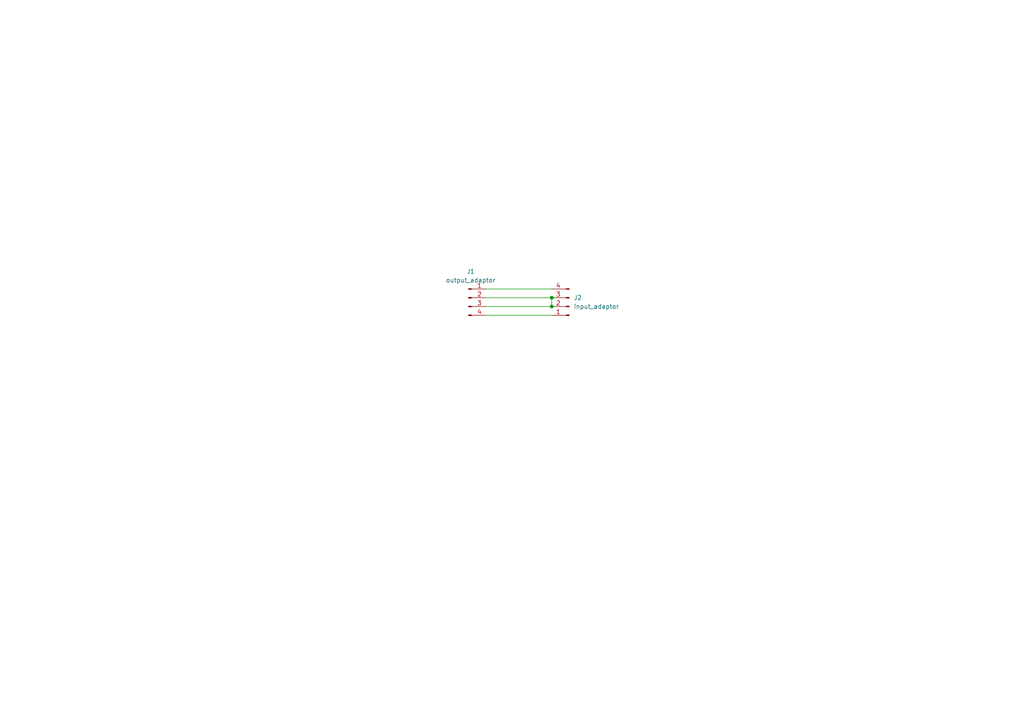
<source format=kicad_sch>
(kicad_sch (version 20211123) (generator eeschema)
  (paper "A4")
  (lib_symbols
    (symbol "Connector:Conn_01x04_Male" (pin_names (offset 1.016) hide)
      (property "Reference" "J" (at 0 5.08 0))
      (property "Value" "Conn_01x04_Male" (at 0 -7.62 0))
      (symbol "Conn_01x04_Male_1_1"
        (polyline (pts (xy 1.27 -5.08) (xy 0.8636 -5.08)) (stroke (width 0.1524)))
        (polyline (pts (xy 1.27 -2.54) (xy 0.8636 -2.54)) (stroke (width 0.1524)))
        (polyline (pts (xy 1.27 0) (xy 0.8636 0)) (stroke (width 0.1524)))
        (polyline (pts (xy 1.27 2.54) (xy 0.8636 2.54)) (stroke (width 0.1524)))
        (rectangle (start 0.8636 -4.953) (end 0 -5.207) (stroke (width 0.1524)) (fill (type outline)))
        (rectangle (start 0.8636 -2.413) (end 0 -2.667) (stroke (width 0.1524)) (fill (type outline)))
        (rectangle (start 0.8636 0.127) (end 0 -0.127) (stroke (width 0.1524)) (fill (type outline)))
        (rectangle (start 0.8636 2.667) (end 0 2.413) (stroke (width 0.1524)) (fill (type outline)))
        (pin passive line (at 5.08 2.54 180) (length 3.81) (name "Pin_1") (number "1"))
        (pin passive line (at 5.08 0 180) (length 3.81) (name "Pin_2") (number "2"))
        (pin passive line (at 5.08 -2.54 180) (length 3.81) (name "Pin_3") (number "3"))
        (pin passive line (at 5.08 -5.08 180) (length 3.81) (name "Pin_4") (number "4"))
      )
    )
  )
  (junction (at 160.02 88.9))
  (junction (at 160.02 86.36))
  (wire (pts (xy 160.02 86.36) (xy 160.02 88.9)))
  (wire (pts (xy 140.97 86.36) (xy 160.02 86.36)))
  (wire (pts (xy 140.97 83.82) (xy 160.02 83.82)))
  (wire (pts (xy 140.97 91.44) (xy 160.02 91.44)))
  (wire (pts (xy 140.97 88.9) (xy 160.02 88.9)))
  (symbol (lib_id "Connector:Conn_01x04_Male") (at 165.1 88.9 180) (unit 1)
    (property "Reference" "J2" (at 166.37 86.3599 0) (effects (justify right)))
    (property "Value" "input_adaptor" (at 166.37 88.8999 0) (effects (justify right)))
    (property "Footprint" "Connector_PinHeader_2.54mm:PinHeader_1x04_P2.54mm_Vertical" (effects hide))
  )
  (symbol (lib_id "Connector:Conn_01x04_Male") (at 135.89 86.36 0) (unit 1)
    (property "Reference" "J1" (at 136.525 78.74 0))
    (property "Value" "output_adaptor" (at 136.525 81.28 0))
    (property "Footprint" "Connector_PinHeader_2.54mm:PinHeader_1x04_P2.54mm_Vertical" (effects hide))
  )
)
</source>
